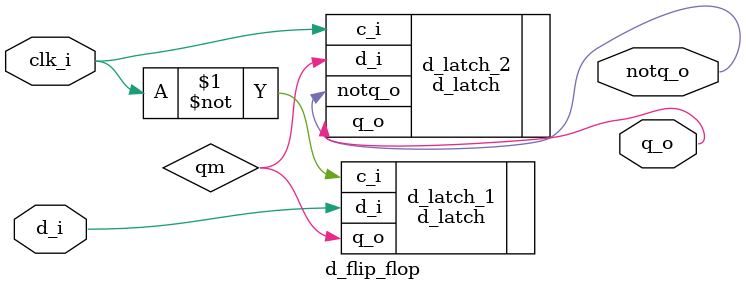
<source format=v>
module d_flip_flop(
    input wire d_i,
    input wire clk_i,
    output wire q_o,
    output wire notq_o
);
    
    wire qm;
    
    d_latch d_latch_1(
        .d_i(d_i),
        .c_i(~clk_i),
        .q_o(qm)
    );
    
    d_latch d_latch_2(
        .d_i(qm),
        .c_i(clk_i),
        .q_o(q_o),
        .notq_o(notq_o)
    );
    
endmodule

</source>
